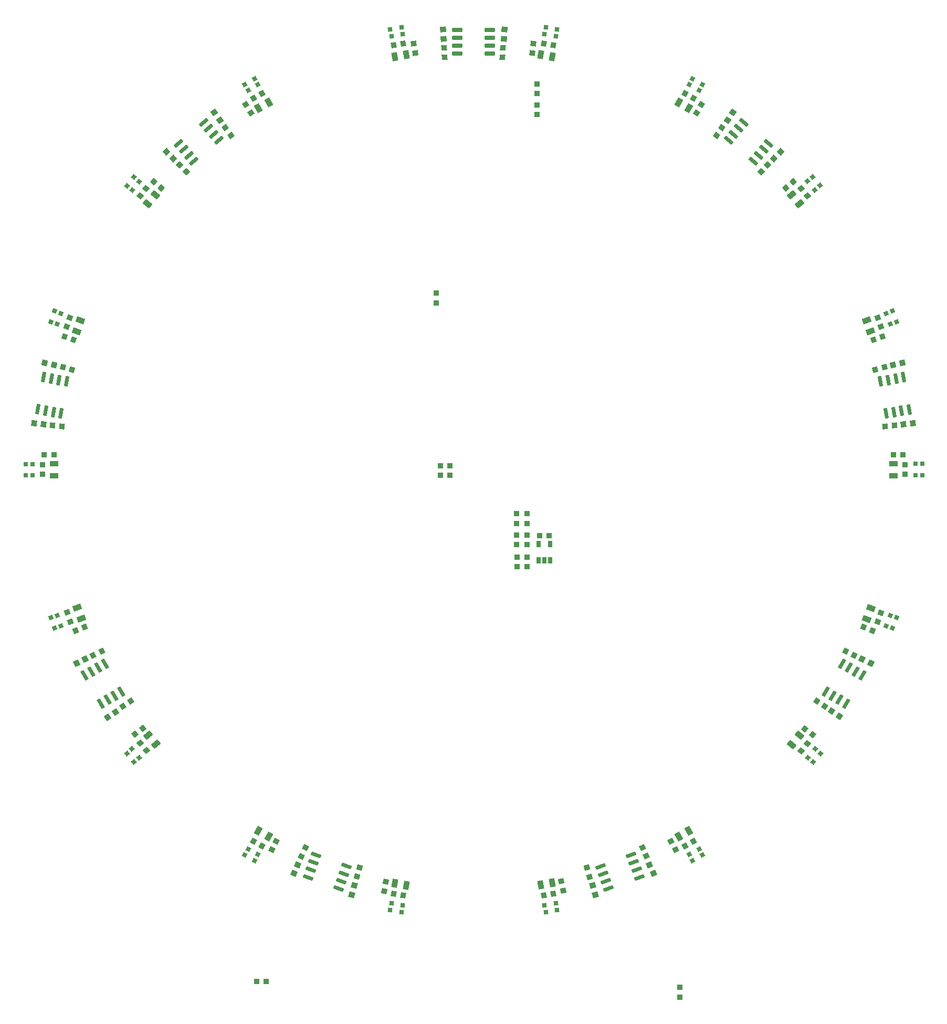
<source format=gbr>
G04*
G04 #@! TF.GenerationSoftware,Altium Limited,Altium Designer,25.4.2 (15)*
G04*
G04 Layer_Color=8421504*
%FSLAX44Y44*%
%MOMM*%
G71*
G04*
G04 #@! TF.SameCoordinates,EEABE1AA-3A69-4D6F-ADE4-9D398D027295*
G04*
G04*
G04 #@! TF.FilePolarity,Positive*
G04*
G01*
G75*
G04:AMPARAMS|DCode=15|XSize=0.9mm|YSize=0.85mm|CornerRadius=0mm|HoleSize=0mm|Usage=FLASHONLY|Rotation=192.000|XOffset=0mm|YOffset=0mm|HoleType=Round|Shape=Rectangle|*
%AMROTATEDRECTD15*
4,1,4,0.3518,0.5093,0.5285,-0.3222,-0.3518,-0.5093,-0.5285,0.3222,0.3518,0.5093,0.0*
%
%ADD15ROTATEDRECTD15*%

G04:AMPARAMS|DCode=16|XSize=1.67mm|YSize=0.6mm|CornerRadius=0.075mm|HoleSize=0mm|Usage=FLASHONLY|Rotation=220.000|XOffset=0mm|YOffset=0mm|HoleType=Round|Shape=RoundedRectangle|*
%AMROUNDEDRECTD16*
21,1,1.6700,0.4500,0,0,220.0*
21,1,1.5200,0.6000,0,0,220.0*
1,1,0.1500,-0.7268,-0.3162*
1,1,0.1500,0.4376,0.6609*
1,1,0.1500,0.7268,0.3162*
1,1,0.1500,-0.4376,-0.6609*
%
%ADD16ROUNDEDRECTD16*%
G04:AMPARAMS|DCode=17|XSize=0.9mm|YSize=0.85mm|CornerRadius=0mm|HoleSize=0mm|Usage=FLASHONLY|Rotation=288.000|XOffset=0mm|YOffset=0mm|HoleType=Round|Shape=Rectangle|*
%AMROTATEDRECTD17*
4,1,4,-0.5433,0.2966,0.2651,0.5593,0.5433,-0.2966,-0.2651,-0.5593,-0.5433,0.2966,0.0*
%
%ADD17ROTATEDRECTD17*%

G04:AMPARAMS|DCode=18|XSize=0.9mm|YSize=0.85mm|CornerRadius=0mm|HoleSize=0mm|Usage=FLASHONLY|Rotation=232.000|XOffset=0mm|YOffset=0mm|HoleType=Round|Shape=Rectangle|*
%AMROTATEDRECTD18*
4,1,4,-0.0579,0.6163,0.6120,0.0930,0.0579,-0.6163,-0.6120,-0.0930,-0.0579,0.6163,0.0*
%
%ADD18ROTATEDRECTD18*%

G04:AMPARAMS|DCode=19|XSize=0.91mm|YSize=1.36mm|CornerRadius=0mm|HoleSize=0mm|Usage=FLASHONLY|Rotation=350.000|XOffset=0mm|YOffset=0mm|HoleType=Round|Shape=Rectangle|*
%AMROTATEDRECTD19*
4,1,4,-0.5662,-0.5907,-0.3300,0.7487,0.5662,0.5907,0.3300,-0.7487,-0.5662,-0.5907,0.0*
%
%ADD19ROTATEDRECTD19*%

G04:AMPARAMS|DCode=20|XSize=0.9mm|YSize=0.85mm|CornerRadius=0mm|HoleSize=0mm|Usage=FLASHONLY|Rotation=151.993|XOffset=0mm|YOffset=0mm|HoleType=Round|Shape=Rectangle|*
%AMROTATEDRECTD20*
4,1,4,0.5969,0.1639,0.1977,-0.5865,-0.5969,-0.1639,-0.1977,0.5865,0.5969,0.1639,0.0*
%
%ADD20ROTATEDRECTD20*%

G04:AMPARAMS|DCode=21|XSize=1.1mm|YSize=0.6mm|CornerRadius=0.051mm|HoleSize=0mm|Usage=FLASHONLY|Rotation=90.000|XOffset=0mm|YOffset=0mm|HoleType=Round|Shape=RoundedRectangle|*
%AMROUNDEDRECTD21*
21,1,1.1000,0.4980,0,0,90.0*
21,1,0.9980,0.6000,0,0,90.0*
1,1,0.1020,0.2490,0.4990*
1,1,0.1020,0.2490,-0.4990*
1,1,0.1020,-0.2490,-0.4990*
1,1,0.1020,-0.2490,0.4990*
%
%ADD21ROUNDEDRECTD21*%
G04:AMPARAMS|DCode=22|XSize=0.95mm|YSize=0.9mm|CornerRadius=0mm|HoleSize=0mm|Usage=FLASHONLY|Rotation=304.063|XOffset=0mm|YOffset=0mm|HoleType=Round|Shape=Rectangle|*
%AMROTATEDRECTD22*
4,1,4,-0.6388,0.1414,0.1067,0.6456,0.6388,-0.1414,-0.1067,-0.6456,-0.6388,0.1414,0.0*
%
%ADD22ROTATEDRECTD22*%

G04:AMPARAMS|DCode=23|XSize=0.95mm|YSize=0.9mm|CornerRadius=0mm|HoleSize=0mm|Usage=FLASHONLY|Rotation=344.000|XOffset=0mm|YOffset=0mm|HoleType=Round|Shape=Rectangle|*
%AMROTATEDRECTD23*
4,1,4,-0.5806,-0.3016,-0.3326,0.5635,0.5806,0.3016,0.3326,-0.5635,-0.5806,-0.3016,0.0*
%
%ADD23ROTATEDRECTD23*%

G04:AMPARAMS|DCode=24|XSize=0.9mm|YSize=0.85mm|CornerRadius=0mm|HoleSize=0mm|Usage=FLASHONLY|Rotation=312.000|XOffset=0mm|YOffset=0mm|HoleType=Round|Shape=Rectangle|*
%AMROTATEDRECTD24*
4,1,4,-0.6170,0.0500,0.0147,0.6188,0.6170,-0.0500,-0.0147,-0.6188,-0.6170,0.0500,0.0*
%
%ADD24ROTATEDRECTD24*%

G04:AMPARAMS|DCode=25|XSize=0.95mm|YSize=0.9mm|CornerRadius=0mm|HoleSize=0mm|Usage=FLASHONLY|Rotation=236.000|XOffset=0mm|YOffset=0mm|HoleType=Round|Shape=Rectangle|*
%AMROTATEDRECTD25*
4,1,4,-0.1075,0.6454,0.6387,0.1422,0.1075,-0.6454,-0.6387,-0.1422,-0.1075,0.6454,0.0*
%
%ADD25ROTATEDRECTD25*%

G04:AMPARAMS|DCode=26|XSize=0.95mm|YSize=0.9mm|CornerRadius=0mm|HoleSize=0mm|Usage=FLASHONLY|Rotation=196.000|XOffset=0mm|YOffset=0mm|HoleType=Round|Shape=Rectangle|*
%AMROTATEDRECTD26*
4,1,4,0.3326,0.5635,0.5806,-0.3016,-0.3326,-0.5635,-0.5806,0.3016,0.3326,0.5635,0.0*
%
%ADD26ROTATEDRECTD26*%

G04:AMPARAMS|DCode=27|XSize=0.95mm|YSize=0.9mm|CornerRadius=0mm|HoleSize=0mm|Usage=FLASHONLY|Rotation=244.000|XOffset=0mm|YOffset=0mm|HoleType=Round|Shape=Rectangle|*
%AMROTATEDRECTD27*
4,1,4,-0.1962,0.6242,0.6127,0.2297,0.1962,-0.6242,-0.6127,-0.2297,-0.1962,0.6242,0.0*
%
%ADD27ROTATEDRECTD27*%

G04:AMPARAMS|DCode=28|XSize=0.95mm|YSize=0.9mm|CornerRadius=0mm|HoleSize=0mm|Usage=FLASHONLY|Rotation=24.000|XOffset=0mm|YOffset=0mm|HoleType=Round|Shape=Rectangle|*
%AMROTATEDRECTD28*
4,1,4,-0.2509,-0.6043,-0.6170,0.2179,0.2509,0.6043,0.6170,-0.2179,-0.2509,-0.6043,0.0*
%
%ADD28ROTATEDRECTD28*%

G04:AMPARAMS|DCode=29|XSize=0.95mm|YSize=0.9mm|CornerRadius=0mm|HoleSize=0mm|Usage=FLASHONLY|Rotation=316.000|XOffset=0mm|YOffset=0mm|HoleType=Round|Shape=Rectangle|*
%AMROTATEDRECTD29*
4,1,4,-0.6543,0.0063,-0.0291,0.6537,0.6543,-0.0063,0.0291,-0.6537,-0.6543,0.0063,0.0*
%
%ADD29ROTATEDRECTD29*%

G04:AMPARAMS|DCode=30|XSize=0.95mm|YSize=0.9mm|CornerRadius=0mm|HoleSize=0mm|Usage=FLASHONLY|Rotation=276.000|XOffset=0mm|YOffset=0mm|HoleType=Round|Shape=Rectangle|*
%AMROTATEDRECTD30*
4,1,4,-0.4972,0.4254,0.3979,0.5194,0.4972,-0.4254,-0.3979,-0.5194,-0.4972,0.4254,0.0*
%
%ADD30ROTATEDRECTD30*%

G04:AMPARAMS|DCode=31|XSize=0.95mm|YSize=0.9mm|CornerRadius=0mm|HoleSize=0mm|Usage=FLASHONLY|Rotation=144.000|XOffset=0mm|YOffset=0mm|HoleType=Round|Shape=Rectangle|*
%AMROTATEDRECTD31*
4,1,4,0.6488,0.0849,0.1198,-0.6433,-0.6488,-0.0849,-0.1198,0.6433,0.6488,0.0849,0.0*
%
%ADD31ROTATEDRECTD31*%

G04:AMPARAMS|DCode=32|XSize=0.95mm|YSize=0.9mm|CornerRadius=0mm|HoleSize=0mm|Usage=FLASHONLY|Rotation=104.000|XOffset=0mm|YOffset=0mm|HoleType=Round|Shape=Rectangle|*
%AMROTATEDRECTD32*
4,1,4,0.5515,-0.3520,-0.3217,-0.5698,-0.5515,0.3520,0.3217,0.5698,0.5515,-0.3520,0.0*
%
%ADD32ROTATEDRECTD32*%

G04:AMPARAMS|DCode=33|XSize=0.95mm|YSize=0.9mm|CornerRadius=0mm|HoleSize=0mm|Usage=FLASHONLY|Rotation=36.001|XOffset=0mm|YOffset=0mm|HoleType=Round|Shape=Rectangle|*
%AMROTATEDRECTD33*
4,1,4,-0.1198,-0.6433,-0.6488,0.0849,0.1198,0.6433,0.6488,-0.0849,-0.1198,-0.6433,0.0*
%
%ADD33ROTATEDRECTD33*%

G04:AMPARAMS|DCode=34|XSize=0.95mm|YSize=0.9mm|CornerRadius=0mm|HoleSize=0mm|Usage=FLASHONLY|Rotation=356.000|XOffset=0mm|YOffset=0mm|HoleType=Round|Shape=Rectangle|*
%AMROTATEDRECTD34*
4,1,4,-0.5052,-0.4158,-0.4425,0.4820,0.5052,0.4158,0.4425,-0.4820,-0.5052,-0.4158,0.0*
%
%ADD34ROTATEDRECTD34*%

G04:AMPARAMS|DCode=35|XSize=0.95mm|YSize=0.9mm|CornerRadius=0mm|HoleSize=0mm|Usage=FLASHONLY|Rotation=224.001|XOffset=0mm|YOffset=0mm|HoleType=Round|Shape=Rectangle|*
%AMROTATEDRECTD35*
4,1,4,0.0291,0.6537,0.6543,0.0063,-0.0291,-0.6537,-0.6543,-0.0063,0.0291,0.6537,0.0*
%
%ADD35ROTATEDRECTD35*%

G04:AMPARAMS|DCode=36|XSize=0.95mm|YSize=0.9mm|CornerRadius=0mm|HoleSize=0mm|Usage=FLASHONLY|Rotation=184.000|XOffset=0mm|YOffset=0mm|HoleType=Round|Shape=Rectangle|*
%AMROTATEDRECTD36*
4,1,4,0.4425,0.4820,0.5052,-0.4158,-0.4425,-0.4820,-0.5052,0.4158,0.4425,0.4820,0.0*
%
%ADD36ROTATEDRECTD36*%

G04:AMPARAMS|DCode=37|XSize=0.95mm|YSize=0.9mm|CornerRadius=0mm|HoleSize=0mm|Usage=FLASHONLY|Rotation=156.000|XOffset=0mm|YOffset=0mm|HoleType=Round|Shape=Rectangle|*
%AMROTATEDRECTD37*
4,1,4,0.6170,0.2179,0.2509,-0.6043,-0.6170,-0.2179,-0.2509,0.6043,0.6170,0.2179,0.0*
%
%ADD37ROTATEDRECTD37*%

G04:AMPARAMS|DCode=38|XSize=0.95mm|YSize=0.9mm|CornerRadius=0mm|HoleSize=0mm|Usage=FLASHONLY|Rotation=116.001|XOffset=0mm|YOffset=0mm|HoleType=Round|Shape=Rectangle|*
%AMROTATEDRECTD38*
4,1,4,0.6127,-0.2297,-0.1962,-0.6242,-0.6127,0.2297,0.1962,0.6242,0.6127,-0.2297,0.0*
%
%ADD38ROTATEDRECTD38*%

G04:AMPARAMS|DCode=39|XSize=0.95mm|YSize=0.9mm|CornerRadius=0mm|HoleSize=0mm|Usage=FLASHONLY|Rotation=76.000|XOffset=0mm|YOffset=0mm|HoleType=Round|Shape=Rectangle|*
%AMROTATEDRECTD39*
4,1,4,0.3217,-0.5698,-0.5515,-0.3520,-0.3217,0.5698,0.5515,0.3520,0.3217,-0.5698,0.0*
%
%ADD39ROTATEDRECTD39*%

G04:AMPARAMS|DCode=40|XSize=0.95mm|YSize=0.9mm|CornerRadius=0mm|HoleSize=0mm|Usage=FLASHONLY|Rotation=264.000|XOffset=0mm|YOffset=0mm|HoleType=Round|Shape=Rectangle|*
%AMROTATEDRECTD40*
4,1,4,-0.3979,0.5194,0.4972,0.4254,0.3979,-0.5194,-0.4972,-0.4254,-0.3979,0.5194,0.0*
%
%ADD40ROTATEDRECTD40*%

G04:AMPARAMS|DCode=41|XSize=0.9mm|YSize=0.85mm|CornerRadius=0mm|HoleSize=0mm|Usage=FLASHONLY|Rotation=272.000|XOffset=0mm|YOffset=0mm|HoleType=Round|Shape=Rectangle|*
%AMROTATEDRECTD41*
4,1,4,-0.4405,0.4349,0.4090,0.4646,0.4405,-0.4349,-0.4090,-0.4646,-0.4405,0.4349,0.0*
%
%ADD41ROTATEDRECTD41*%

G04:AMPARAMS|DCode=42|XSize=0.9mm|YSize=0.85mm|CornerRadius=0mm|HoleSize=0mm|Usage=FLASHONLY|Rotation=207.997|XOffset=0mm|YOffset=0mm|HoleType=Round|Shape=Rectangle|*
%AMROTATEDRECTD42*
4,1,4,0.1978,0.5865,0.5968,-0.1640,-0.1978,-0.5865,-0.5968,0.1640,0.1978,0.5865,0.0*
%
%ADD42ROTATEDRECTD42*%

G04:AMPARAMS|DCode=43|XSize=0.9mm|YSize=0.85mm|CornerRadius=0mm|HoleSize=0mm|Usage=FLASHONLY|Rotation=248.000|XOffset=0mm|YOffset=0mm|HoleType=Round|Shape=Rectangle|*
%AMROTATEDRECTD43*
4,1,4,-0.2255,0.5764,0.5626,0.2580,0.2255,-0.5764,-0.5626,-0.2580,-0.2255,0.5764,0.0*
%
%ADD43ROTATEDRECTD43*%

G04:AMPARAMS|DCode=44|XSize=0.9mm|YSize=0.85mm|CornerRadius=0mm|HoleSize=0mm|Usage=FLASHONLY|Rotation=48.000|XOffset=0mm|YOffset=0mm|HoleType=Round|Shape=Rectangle|*
%AMROTATEDRECTD44*
4,1,4,0.0147,-0.6188,-0.6170,-0.0500,-0.0147,0.6188,0.6170,0.0500,0.0147,-0.6188,0.0*
%
%ADD44ROTATEDRECTD44*%

G04:AMPARAMS|DCode=45|XSize=0.9mm|YSize=0.85mm|CornerRadius=0mm|HoleSize=0mm|Usage=FLASHONLY|Rotation=32.000|XOffset=0mm|YOffset=0mm|HoleType=Round|Shape=Rectangle|*
%AMROTATEDRECTD45*
4,1,4,-0.1564,-0.5989,-0.6068,0.1220,0.1564,0.5989,0.6068,-0.1220,-0.1564,-0.5989,0.0*
%
%ADD45ROTATEDRECTD45*%

G04:AMPARAMS|DCode=46|XSize=0.9mm|YSize=0.85mm|CornerRadius=0mm|HoleSize=0mm|Usage=FLASHONLY|Rotation=8.000|XOffset=0mm|YOffset=0mm|HoleType=Round|Shape=Rectangle|*
%AMROTATEDRECTD46*
4,1,4,-0.3865,-0.4835,-0.5048,0.3582,0.3865,0.4835,0.5048,-0.3582,-0.3865,-0.4835,0.0*
%
%ADD46ROTATEDRECTD46*%

G04:AMPARAMS|DCode=47|XSize=0.9mm|YSize=0.85mm|CornerRadius=0mm|HoleSize=0mm|Usage=FLASHONLY|Rotation=352.000|XOffset=0mm|YOffset=0mm|HoleType=Round|Shape=Rectangle|*
%AMROTATEDRECTD47*
4,1,4,-0.5048,-0.3582,-0.3865,0.4835,0.5048,0.3582,0.3865,-0.4835,-0.5048,-0.3582,0.0*
%
%ADD47ROTATEDRECTD47*%

G04:AMPARAMS|DCode=48|XSize=0.9mm|YSize=0.85mm|CornerRadius=0mm|HoleSize=0mm|Usage=FLASHONLY|Rotation=328.000|XOffset=0mm|YOffset=0mm|HoleType=Round|Shape=Rectangle|*
%AMROTATEDRECTD48*
4,1,4,-0.6068,-0.1220,-0.1564,0.5989,0.6068,0.1220,0.1564,-0.5989,-0.6068,-0.1220,0.0*
%
%ADD48ROTATEDRECTD48*%

G04:AMPARAMS|DCode=49|XSize=0.9mm|YSize=0.85mm|CornerRadius=0mm|HoleSize=0mm|Usage=FLASHONLY|Rotation=168.000|XOffset=0mm|YOffset=0mm|HoleType=Round|Shape=Rectangle|*
%AMROTATEDRECTD49*
4,1,4,0.5285,0.3222,0.3518,-0.5093,-0.5285,-0.3222,-0.3518,0.5093,0.5285,0.3222,0.0*
%
%ADD49ROTATEDRECTD49*%

G04:AMPARAMS|DCode=50|XSize=0.9mm|YSize=0.85mm|CornerRadius=0mm|HoleSize=0mm|Usage=FLASHONLY|Rotation=127.998|XOffset=0mm|YOffset=0mm|HoleType=Round|Shape=Rectangle|*
%AMROTATEDRECTD50*
4,1,4,0.6120,-0.0930,-0.0579,-0.6163,-0.6120,0.0930,0.0579,0.6163,0.6120,-0.0930,0.0*
%
%ADD50ROTATEDRECTD50*%

G04:AMPARAMS|DCode=51|XSize=0.9mm|YSize=0.85mm|CornerRadius=0mm|HoleSize=0mm|Usage=FLASHONLY|Rotation=112.000|XOffset=0mm|YOffset=0mm|HoleType=Round|Shape=Rectangle|*
%AMROTATEDRECTD51*
4,1,4,0.5626,-0.2580,-0.2255,-0.5764,-0.5626,0.2580,0.2255,0.5764,0.5626,-0.2580,0.0*
%
%ADD51ROTATEDRECTD51*%

G04:AMPARAMS|DCode=52|XSize=0.9mm|YSize=0.85mm|CornerRadius=0mm|HoleSize=0mm|Usage=FLASHONLY|Rotation=88.000|XOffset=0mm|YOffset=0mm|HoleType=Round|Shape=Rectangle|*
%AMROTATEDRECTD52*
4,1,4,0.4090,-0.4646,-0.4405,-0.4349,-0.4090,0.4646,0.4405,0.4349,0.4090,-0.4646,0.0*
%
%ADD52ROTATEDRECTD52*%

G04:AMPARAMS|DCode=53|XSize=0.9mm|YSize=0.85mm|CornerRadius=0mm|HoleSize=0mm|Usage=FLASHONLY|Rotation=72.000|XOffset=0mm|YOffset=0mm|HoleType=Round|Shape=Rectangle|*
%AMROTATEDRECTD53*
4,1,4,0.2651,-0.5593,-0.5433,-0.2966,-0.2651,0.5593,0.5433,0.2966,0.2651,-0.5593,0.0*
%
%ADD53ROTATEDRECTD53*%

G04:AMPARAMS|DCode=54|XSize=1.67mm|YSize=0.6mm|CornerRadius=0.075mm|HoleSize=0mm|Usage=FLASHONLY|Rotation=300.003|XOffset=0mm|YOffset=0mm|HoleType=Round|Shape=RoundedRectangle|*
%AMROUNDEDRECTD54*
21,1,1.6700,0.4500,0,0,300.003*
21,1,1.5200,0.6000,0,0,300.003*
1,1,0.1500,0.1852,-0.7707*
1,1,0.1500,-0.5749,0.5457*
1,1,0.1500,-0.1852,0.7707*
1,1,0.1500,0.5749,-0.5457*
%
%ADD54ROUNDEDRECTD54*%
G04:AMPARAMS|DCode=55|XSize=0.9mm|YSize=0.85mm|CornerRadius=0mm|HoleSize=0mm|Usage=FLASHONLY|Rotation=199.915|XOffset=0mm|YOffset=0mm|HoleType=Round|Shape=Rectangle|*
%AMROTATEDRECTD55*
4,1,4,0.2783,0.5529,0.5679,-0.2463,-0.2783,-0.5529,-0.5679,0.2463,0.2783,0.5529,0.0*
%
%ADD55ROTATEDRECTD55*%

G04:AMPARAMS|DCode=56|XSize=0.91mm|YSize=1.36mm|CornerRadius=0mm|HoleSize=0mm|Usage=FLASHONLY|Rotation=109.917|XOffset=0mm|YOffset=0mm|HoleType=Round|Shape=Rectangle|*
%AMROTATEDRECTD56*
4,1,4,0.7943,-0.1961,-0.4843,-0.6594,-0.7943,0.1961,0.4843,0.6594,0.7943,-0.1961,0.0*
%
%ADD56ROTATEDRECTD56*%

%ADD57R,1.3600X0.9100*%
G04:AMPARAMS|DCode=58|XSize=0.9mm|YSize=0.85mm|CornerRadius=0mm|HoleSize=0mm|Usage=FLASHONLY|Rotation=344.001|XOffset=0mm|YOffset=0mm|HoleType=Round|Shape=Rectangle|*
%AMROTATEDRECTD58*
4,1,4,-0.5497,-0.2845,-0.3154,0.5326,0.5497,0.2845,0.3154,-0.5326,-0.5497,-0.2845,0.0*
%
%ADD58ROTATEDRECTD58*%

G04:AMPARAMS|DCode=59|XSize=0.9mm|YSize=0.85mm|CornerRadius=0mm|HoleSize=0mm|Usage=FLASHONLY|Rotation=156.001|XOffset=0mm|YOffset=0mm|HoleType=Round|Shape=Rectangle|*
%AMROTATEDRECTD59*
4,1,4,0.5840,0.2052,0.2382,-0.5713,-0.5840,-0.2052,-0.2382,0.5713,0.5840,0.2052,0.0*
%
%ADD59ROTATEDRECTD59*%

G04:AMPARAMS|DCode=60|XSize=0.9mm|YSize=0.85mm|CornerRadius=0mm|HoleSize=0mm|Usage=FLASHONLY|Rotation=116.004|XOffset=0mm|YOffset=0mm|HoleType=Round|Shape=Rectangle|*
%AMROTATEDRECTD60*
4,1,4,0.5793,-0.2181,-0.1847,-0.5908,-0.5793,0.2181,0.1847,0.5908,0.5793,-0.2181,0.0*
%
%ADD60ROTATEDRECTD60*%

G04:AMPARAMS|DCode=61|XSize=0.9mm|YSize=0.85mm|CornerRadius=0mm|HoleSize=0mm|Usage=FLASHONLY|Rotation=303.992|XOffset=0mm|YOffset=0mm|HoleType=Round|Shape=Rectangle|*
%AMROTATEDRECTD61*
4,1,4,-0.6040,0.1355,0.1008,0.6107,0.6040,-0.1355,-0.1008,-0.6107,-0.6040,0.1355,0.0*
%
%ADD61ROTATEDRECTD61*%

G04:AMPARAMS|DCode=62|XSize=1.67mm|YSize=0.6mm|CornerRadius=0.075mm|HoleSize=0mm|Usage=FLASHONLY|Rotation=99.999|XOffset=0mm|YOffset=0mm|HoleType=Round|Shape=RoundedRectangle|*
%AMROUNDEDRECTD62*
21,1,1.6700,0.4500,0,0,99.999*
21,1,1.5200,0.6000,0,0,99.999*
1,1,0.1500,0.0896,0.7875*
1,1,0.1500,0.3535,-0.7094*
1,1,0.1500,-0.0896,-0.7875*
1,1,0.1500,-0.3535,0.7094*
%
%ADD62ROUNDEDRECTD62*%
G04:AMPARAMS|DCode=63|XSize=1.67mm|YSize=0.6mm|CornerRadius=0.075mm|HoleSize=0mm|Usage=FLASHONLY|Rotation=340.000|XOffset=0mm|YOffset=0mm|HoleType=Round|Shape=RoundedRectangle|*
%AMROUNDEDRECTD63*
21,1,1.6700,0.4500,0,0,340.0*
21,1,1.5200,0.6000,0,0,340.0*
1,1,0.1500,0.6372,-0.4714*
1,1,0.1500,-0.7911,0.0485*
1,1,0.1500,-0.6372,0.4714*
1,1,0.1500,0.7911,-0.0485*
%
%ADD63ROUNDEDRECTD63*%
G04:AMPARAMS|DCode=64|XSize=0.91mm|YSize=1.36mm|CornerRadius=0mm|HoleSize=0mm|Usage=FLASHONLY|Rotation=229.628|XOffset=0mm|YOffset=0mm|HoleType=Round|Shape=Rectangle|*
%AMROTATEDRECTD64*
4,1,4,-0.2233,0.7871,0.8128,-0.0938,0.2233,-0.7871,-0.8128,0.0938,-0.2233,0.7871,0.0*
%
%ADD64ROTATEDRECTD64*%

G04:AMPARAMS|DCode=65|XSize=0.91mm|YSize=1.36mm|CornerRadius=0mm|HoleSize=0mm|Usage=FLASHONLY|Rotation=30.000|XOffset=0mm|YOffset=0mm|HoleType=Round|Shape=Rectangle|*
%AMROTATEDRECTD65*
4,1,4,-0.0540,-0.8164,-0.7340,0.3614,0.0540,0.8164,0.7340,-0.3614,-0.0540,-0.8164,0.0*
%
%ADD65ROTATEDRECTD65*%

G04:AMPARAMS|DCode=66|XSize=0.91mm|YSize=1.36mm|CornerRadius=0mm|HoleSize=0mm|Usage=FLASHONLY|Rotation=190.000|XOffset=0mm|YOffset=0mm|HoleType=Round|Shape=Rectangle|*
%AMROTATEDRECTD66*
4,1,4,0.3300,0.7487,0.5662,-0.5907,-0.3300,-0.7487,-0.5662,0.5907,0.3300,0.7487,0.0*
%
%ADD66ROTATEDRECTD66*%

G04:AMPARAMS|DCode=67|XSize=0.9mm|YSize=0.85mm|CornerRadius=0mm|HoleSize=0mm|Usage=FLASHONLY|Rotation=279.999|XOffset=0mm|YOffset=0mm|HoleType=Round|Shape=Rectangle|*
%AMROTATEDRECTD67*
4,1,4,-0.4967,0.3694,0.3404,0.5170,0.4967,-0.3694,-0.3404,-0.5170,-0.4967,0.3694,0.0*
%
%ADD67ROTATEDRECTD67*%

G04:AMPARAMS|DCode=68|XSize=0.9mm|YSize=0.85mm|CornerRadius=0mm|HoleSize=0mm|Usage=FLASHONLY|Rotation=120.000|XOffset=0mm|YOffset=0mm|HoleType=Round|Shape=Rectangle|*
%AMROTATEDRECTD68*
4,1,4,0.5931,-0.1772,-0.1431,-0.6022,-0.5931,0.1772,0.1431,0.6022,0.5931,-0.1772,0.0*
%
%ADD68ROTATEDRECTD68*%

G04:AMPARAMS|DCode=69|XSize=0.9mm|YSize=0.85mm|CornerRadius=0mm|HoleSize=0mm|Usage=FLASHONLY|Rotation=319.766|XOffset=0mm|YOffset=0mm|HoleType=Round|Shape=Rectangle|*
%AMROTATEDRECTD69*
4,1,4,-0.6181,-0.0338,-0.0690,0.6151,0.6181,0.0338,0.0690,-0.6151,-0.6181,-0.0338,0.0*
%
%ADD69ROTATEDRECTD69*%

G04:AMPARAMS|DCode=70|XSize=0.91mm|YSize=1.36mm|CornerRadius=0mm|HoleSize=0mm|Usage=FLASHONLY|Rotation=70.358|XOffset=0mm|YOffset=0mm|HoleType=Round|Shape=Rectangle|*
%AMROTATEDRECTD70*
4,1,4,0.4875,-0.6571,-0.7934,-0.1999,-0.4875,0.6571,0.7934,0.1999,0.4875,-0.6571,0.0*
%
%ADD70ROTATEDRECTD70*%

G04:AMPARAMS|DCode=71|XSize=0.91mm|YSize=1.36mm|CornerRadius=0mm|HoleSize=0mm|Usage=FLASHONLY|Rotation=189.959|XOffset=0mm|YOffset=0mm|HoleType=Round|Shape=Rectangle|*
%AMROTATEDRECTD71*
4,1,4,0.3306,0.7484,0.5657,-0.5911,-0.3306,-0.7484,-0.5657,0.5911,0.3306,0.7484,0.0*
%
%ADD71ROTATEDRECTD71*%

%ADD72R,0.9000X0.8500*%
G04:AMPARAMS|DCode=73|XSize=0.91mm|YSize=1.36mm|CornerRadius=0mm|HoleSize=0mm|Usage=FLASHONLY|Rotation=270.001|XOffset=0mm|YOffset=0mm|HoleType=Round|Shape=Rectangle|*
%AMROTATEDRECTD73*
4,1,4,-0.6800,0.4550,0.6800,0.4550,0.6800,-0.4550,-0.6800,-0.4550,-0.6800,0.4550,0.0*
%
%ADD73ROTATEDRECTD73*%

%ADD74R,0.8500X0.9000*%
%ADD75P,0.9900X4X335.003*%
%ADD76P,0.9900X4X154.92*%
%ADD77P,0.9900X4X395.0*%
%ADD78P,0.9900X4X235.0*%
%ADD79P,0.9900X4X74.92*%
%ADD80P,0.9900X4X315.004*%
%ADD81R,0.7000X0.7000*%
%ADD82P,0.9900X4X95.08*%
%ADD83P,0.9900X4X114.92*%
%ADD84P,0.9900X4X175.0*%
%ADD85P,0.9900X4X195.168*%
%ADD86P,0.9900X4X215.01*%
%ADD87P,0.9900X4X255.0*%
%ADD88P,0.9900X4X275.399*%
%ADD89P,0.9900X4X295.346*%
%ADD90P,0.9900X4X355.079*%
%ADD91P,0.9900X4X375.079*%
G04:AMPARAMS|DCode=92|XSize=0.9mm|YSize=0.85mm|CornerRadius=0mm|HoleSize=0mm|Usage=FLASHONLY|Rotation=279.915|XOffset=0mm|YOffset=0mm|HoleType=Round|Shape=Rectangle|*
%AMROTATEDRECTD92*
4,1,4,-0.4961,0.3701,0.3412,0.5165,0.4961,-0.3701,-0.3412,-0.5165,-0.4961,0.3701,0.0*
%
%ADD92ROTATEDRECTD92*%

G04:AMPARAMS|DCode=93|XSize=0.9mm|YSize=0.85mm|CornerRadius=0mm|HoleSize=0mm|Usage=FLASHONLY|Rotation=119.915|XOffset=0mm|YOffset=0mm|HoleType=Round|Shape=Rectangle|*
%AMROTATEDRECTD93*
4,1,4,0.5928,-0.1781,-0.1440,-0.6020,-0.5928,0.1781,0.1440,0.6020,0.5928,-0.1781,0.0*
%
%ADD93ROTATEDRECTD93*%

G04:AMPARAMS|DCode=94|XSize=0.9mm|YSize=0.85mm|CornerRadius=0mm|HoleSize=0mm|Usage=FLASHONLY|Rotation=320.085|XOffset=0mm|YOffset=0mm|HoleType=Round|Shape=Rectangle|*
%AMROTATEDRECTD94*
4,1,4,-0.6179,-0.0372,-0.0725,0.6147,0.6179,0.0372,0.0725,-0.6147,-0.6179,-0.0372,0.0*
%
%ADD94ROTATEDRECTD94*%

G04:AMPARAMS|DCode=95|XSize=0.9mm|YSize=0.85mm|CornerRadius=0mm|HoleSize=0mm|Usage=FLASHONLY|Rotation=159.915|XOffset=0mm|YOffset=0mm|HoleType=Round|Shape=Rectangle|*
%AMROTATEDRECTD95*
4,1,4,0.5686,0.2446,0.2767,-0.5537,-0.5686,-0.2446,-0.2767,0.5537,0.5686,0.2446,0.0*
%
%ADD95ROTATEDRECTD95*%

G04:AMPARAMS|DCode=96|XSize=0.9mm|YSize=0.85mm|CornerRadius=0mm|HoleSize=0mm|Usage=FLASHONLY|Rotation=39.913|XOffset=0mm|YOffset=0mm|HoleType=Round|Shape=Rectangle|*
%AMROTATEDRECTD96*
4,1,4,-0.0725,-0.6147,-0.6179,0.0372,0.0725,0.6147,0.6179,-0.0372,-0.0725,-0.6147,0.0*
%
%ADD96ROTATEDRECTD96*%

G04:AMPARAMS|DCode=97|XSize=0.9mm|YSize=0.85mm|CornerRadius=0mm|HoleSize=0mm|Usage=FLASHONLY|Rotation=240.179|XOffset=0mm|YOffset=0mm|HoleType=Round|Shape=Rectangle|*
%AMROTATEDRECTD97*
4,1,4,-0.1449,0.6018,0.5925,0.1791,0.1449,-0.6018,-0.5925,-0.1791,-0.1449,0.6018,0.0*
%
%ADD97ROTATEDRECTD97*%

G04:AMPARAMS|DCode=98|XSize=0.9mm|YSize=0.85mm|CornerRadius=0mm|HoleSize=0mm|Usage=FLASHONLY|Rotation=80.011|XOffset=0mm|YOffset=0mm|HoleType=Round|Shape=Rectangle|*
%AMROTATEDRECTD98*
4,1,4,0.3405,-0.5169,-0.4966,-0.3695,-0.3405,0.5169,0.4966,0.3695,0.3405,-0.5169,0.0*
%
%ADD98ROTATEDRECTD98*%

G04:AMPARAMS|DCode=99|XSize=0.9mm|YSize=0.85mm|CornerRadius=0mm|HoleSize=0mm|Usage=FLASHONLY|Rotation=160.199|XOffset=0mm|YOffset=0mm|HoleType=Round|Shape=Rectangle|*
%AMROTATEDRECTD99*
4,1,4,0.5674,0.2474,0.2794,-0.5523,-0.5674,-0.2474,-0.2794,0.5523,0.5674,0.2474,0.0*
%
%ADD99ROTATEDRECTD99*%

G04:AMPARAMS|DCode=100|XSize=0.9mm|YSize=0.85mm|CornerRadius=0mm|HoleSize=0mm|Usage=FLASHONLY|Rotation=199.983|XOffset=0mm|YOffset=0mm|HoleType=Round|Shape=Rectangle|*
%AMROTATEDRECTD100*
4,1,4,0.2777,0.5532,0.5682,-0.2456,-0.2777,-0.5532,-0.5682,0.2456,0.2777,0.5532,0.0*
%
%ADD100ROTATEDRECTD100*%

G04:AMPARAMS|DCode=101|XSize=0.9mm|YSize=0.85mm|CornerRadius=0mm|HoleSize=0mm|Usage=FLASHONLY|Rotation=40.085|XOffset=0mm|YOffset=0mm|HoleType=Round|Shape=Rectangle|*
%AMROTATEDRECTD101*
4,1,4,-0.0706,-0.6149,-0.6180,0.0354,0.0706,0.6149,0.6180,-0.0354,-0.0706,-0.6149,0.0*
%
%ADD101ROTATEDRECTD101*%

G04:AMPARAMS|DCode=102|XSize=0.9mm|YSize=0.85mm|CornerRadius=0mm|HoleSize=0mm|Usage=FLASHONLY|Rotation=240.085|XOffset=0mm|YOffset=0mm|HoleType=Round|Shape=Rectangle|*
%AMROTATEDRECTD102*
4,1,4,-0.1440,0.6020,0.5928,0.1781,0.1440,-0.6020,-0.5928,-0.1781,-0.1440,0.6020,0.0*
%
%ADD102ROTATEDRECTD102*%

G04:AMPARAMS|DCode=103|XSize=0.9mm|YSize=0.85mm|CornerRadius=0mm|HoleSize=0mm|Usage=FLASHONLY|Rotation=79.915|XOffset=0mm|YOffset=0mm|HoleType=Round|Shape=Rectangle|*
%AMROTATEDRECTD103*
4,1,4,0.3396,-0.5175,-0.4972,-0.3686,-0.3396,0.5175,0.4972,0.3686,0.3396,-0.5175,0.0*
%
%ADD103ROTATEDRECTD103*%

G04:AMPARAMS|DCode=104|XSize=0.9mm|YSize=0.85mm|CornerRadius=0mm|HoleSize=0mm|Usage=FLASHONLY|Rotation=195.900|XOffset=0mm|YOffset=0mm|HoleType=Round|Shape=Rectangle|*
%AMROTATEDRECTD104*
4,1,4,0.3164,0.5320,0.5492,-0.2855,-0.3164,-0.5320,-0.5492,0.2855,0.3164,0.5320,0.0*
%
%ADD104ROTATEDRECTD104*%

G04:AMPARAMS|DCode=105|XSize=0.9mm|YSize=0.85mm|CornerRadius=0mm|HoleSize=0mm|Usage=FLASHONLY|Rotation=236.000|XOffset=0mm|YOffset=0mm|HoleType=Round|Shape=Rectangle|*
%AMROTATEDRECTD105*
4,1,4,-0.1007,0.6107,0.6040,0.1354,0.1007,-0.6107,-0.6040,-0.1354,-0.1007,0.6107,0.0*
%
%ADD105ROTATEDRECTD105*%

G04:AMPARAMS|DCode=106|XSize=0.9mm|YSize=0.85mm|CornerRadius=0mm|HoleSize=0mm|Usage=FLASHONLY|Rotation=64.000|XOffset=0mm|YOffset=0mm|HoleType=Round|Shape=Rectangle|*
%AMROTATEDRECTD106*
4,1,4,0.1847,-0.5908,-0.5793,-0.2182,-0.1847,0.5908,0.5793,0.2182,0.1847,-0.5908,0.0*
%
%ADD106ROTATEDRECTD106*%

G04:AMPARAMS|DCode=107|XSize=0.9mm|YSize=0.85mm|CornerRadius=0mm|HoleSize=0mm|Usage=FLASHONLY|Rotation=275.999|XOffset=0mm|YOffset=0mm|HoleType=Round|Shape=Rectangle|*
%AMROTATEDRECTD107*
4,1,4,-0.4697,0.4031,0.3756,0.4920,0.4697,-0.4031,-0.3756,-0.4920,-0.4697,0.4031,0.0*
%
%ADD107ROTATEDRECTD107*%

G04:AMPARAMS|DCode=108|XSize=0.9mm|YSize=0.85mm|CornerRadius=0mm|HoleSize=0mm|Usage=FLASHONLY|Rotation=104.000|XOffset=0mm|YOffset=0mm|HoleType=Round|Shape=Rectangle|*
%AMROTATEDRECTD108*
4,1,4,0.5212,-0.3338,-0.3035,-0.5395,-0.5212,0.3338,0.3035,0.5395,0.5212,-0.3338,0.0*
%
%ADD108ROTATEDRECTD108*%

G04:AMPARAMS|DCode=109|XSize=0.9mm|YSize=0.85mm|CornerRadius=0mm|HoleSize=0mm|Usage=FLASHONLY|Rotation=316.000|XOffset=0mm|YOffset=0mm|HoleType=Round|Shape=Rectangle|*
%AMROTATEDRECTD109*
4,1,4,-0.6189,0.0069,-0.0285,0.6183,0.6189,-0.0069,0.0285,-0.6183,-0.6189,0.0069,0.0*
%
%ADD109ROTATEDRECTD109*%

G04:AMPARAMS|DCode=110|XSize=0.9mm|YSize=0.85mm|CornerRadius=0mm|HoleSize=0mm|Usage=FLASHONLY|Rotation=144.000|XOffset=0mm|YOffset=0mm|HoleType=Round|Shape=Rectangle|*
%AMROTATEDRECTD110*
4,1,4,0.6139,0.0793,0.1143,-0.6083,-0.6139,-0.0793,-0.1143,0.6083,0.6139,0.0793,0.0*
%
%ADD110ROTATEDRECTD110*%

G04:AMPARAMS|DCode=111|XSize=0.9mm|YSize=0.85mm|CornerRadius=0mm|HoleSize=0mm|Usage=FLASHONLY|Rotation=356.002|XOffset=0mm|YOffset=0mm|HoleType=Round|Shape=Rectangle|*
%AMROTATEDRECTD111*
4,1,4,-0.4785,-0.3926,-0.4193,0.4553,0.4785,0.3926,0.4193,-0.4553,-0.4785,-0.3926,0.0*
%
%ADD111ROTATEDRECTD111*%

G04:AMPARAMS|DCode=112|XSize=0.9mm|YSize=0.85mm|CornerRadius=0mm|HoleSize=0mm|Usage=FLASHONLY|Rotation=184.000|XOffset=0mm|YOffset=0mm|HoleType=Round|Shape=Rectangle|*
%AMROTATEDRECTD112*
4,1,4,0.4193,0.4553,0.4786,-0.3926,-0.4193,-0.4553,-0.4786,0.3926,0.4193,0.4553,0.0*
%
%ADD112ROTATEDRECTD112*%

G04:AMPARAMS|DCode=113|XSize=0.9mm|YSize=0.85mm|CornerRadius=0mm|HoleSize=0mm|Usage=FLASHONLY|Rotation=36.000|XOffset=0mm|YOffset=0mm|HoleType=Round|Shape=Rectangle|*
%AMROTATEDRECTD113*
4,1,4,-0.1143,-0.6083,-0.6139,0.0793,0.1143,0.6083,0.6139,-0.0793,-0.1143,-0.6083,0.0*
%
%ADD113ROTATEDRECTD113*%

G04:AMPARAMS|DCode=114|XSize=0.9mm|YSize=0.85mm|CornerRadius=0mm|HoleSize=0mm|Usage=FLASHONLY|Rotation=223.999|XOffset=0mm|YOffset=0mm|HoleType=Round|Shape=Rectangle|*
%AMROTATEDRECTD114*
4,1,4,0.0285,0.6183,0.6189,0.0069,-0.0285,-0.6183,-0.6189,-0.0069,0.0285,0.6183,0.0*
%
%ADD114ROTATEDRECTD114*%

G04:AMPARAMS|DCode=115|XSize=0.9mm|YSize=0.85mm|CornerRadius=0mm|HoleSize=0mm|Usage=FLASHONLY|Rotation=75.994|XOffset=0mm|YOffset=0mm|HoleType=Round|Shape=Rectangle|*
%AMROTATEDRECTD115*
4,1,4,0.3035,-0.5395,-0.5213,-0.3338,-0.3035,0.5395,0.5213,0.3338,0.3035,-0.5395,0.0*
%
%ADD115ROTATEDRECTD115*%

G04:AMPARAMS|DCode=116|XSize=0.9mm|YSize=0.85mm|CornerRadius=0mm|HoleSize=0mm|Usage=FLASHONLY|Rotation=264.007|XOffset=0mm|YOffset=0mm|HoleType=Round|Shape=Rectangle|*
%AMROTATEDRECTD116*
4,1,4,-0.3757,0.4919,0.4697,0.4032,0.3757,-0.4919,-0.4697,-0.4032,-0.3757,0.4919,0.0*
%
%ADD116ROTATEDRECTD116*%

G04:AMPARAMS|DCode=117|XSize=0.9mm|YSize=0.85mm|CornerRadius=0mm|HoleSize=0mm|Usage=FLASHONLY|Rotation=24.100|XOffset=0mm|YOffset=0mm|HoleType=Round|Shape=Rectangle|*
%AMROTATEDRECTD117*
4,1,4,-0.2372,-0.5717,-0.5843,0.2042,0.2372,0.5717,0.5843,-0.2042,-0.2372,-0.5717,0.0*
%
%ADD117ROTATEDRECTD117*%

%ADD118R,0.9500X0.9000*%
%ADD119R,0.9000X0.9500*%
G04:AMPARAMS|DCode=120|XSize=1.67mm|YSize=0.6mm|CornerRadius=0.075mm|HoleSize=0mm|Usage=FLASHONLY|Rotation=20.000|XOffset=0mm|YOffset=0mm|HoleType=Round|Shape=RoundedRectangle|*
%AMROUNDEDRECTD120*
21,1,1.6700,0.4500,0,0,20.0*
21,1,1.5200,0.6000,0,0,20.0*
1,1,0.1500,0.7911,0.0485*
1,1,0.1500,-0.6372,-0.4714*
1,1,0.1500,-0.7911,-0.0485*
1,1,0.1500,0.6372,0.4714*
%
%ADD120ROUNDEDRECTD120*%
G04:AMPARAMS|DCode=121|XSize=1.67mm|YSize=0.6mm|CornerRadius=0.075mm|HoleSize=0mm|Usage=FLASHONLY|Rotation=60.000|XOffset=0mm|YOffset=0mm|HoleType=Round|Shape=RoundedRectangle|*
%AMROUNDEDRECTD121*
21,1,1.6700,0.4500,0,0,60.0*
21,1,1.5200,0.6000,0,0,60.0*
1,1,0.1500,0.5749,0.5457*
1,1,0.1500,-0.1852,-0.7707*
1,1,0.1500,-0.5749,-0.5457*
1,1,0.1500,0.1852,0.7707*
%
%ADD121ROUNDEDRECTD121*%
G04:AMPARAMS|DCode=122|XSize=1.67mm|YSize=0.6mm|CornerRadius=0.075mm|HoleSize=0mm|Usage=FLASHONLY|Rotation=140.000|XOffset=0mm|YOffset=0mm|HoleType=Round|Shape=RoundedRectangle|*
%AMROUNDEDRECTD122*
21,1,1.6700,0.4500,0,0,140.0*
21,1,1.5200,0.6000,0,0,140.0*
1,1,0.1500,-0.4376,0.6609*
1,1,0.1500,0.7268,-0.3162*
1,1,0.1500,0.4376,-0.6609*
1,1,0.1500,-0.7268,0.3162*
%
%ADD122ROUNDEDRECTD122*%
G04:AMPARAMS|DCode=123|XSize=1.67mm|YSize=0.6mm|CornerRadius=0.075mm|HoleSize=0mm|Usage=FLASHONLY|Rotation=180.000|XOffset=0mm|YOffset=0mm|HoleType=Round|Shape=RoundedRectangle|*
%AMROUNDEDRECTD123*
21,1,1.6700,0.4500,0,0,180.0*
21,1,1.5200,0.6000,0,0,180.0*
1,1,0.1500,-0.7600,0.2250*
1,1,0.1500,0.7600,0.2250*
1,1,0.1500,0.7600,-0.2250*
1,1,0.1500,-0.7600,-0.2250*
%
%ADD123ROUNDEDRECTD123*%
G04:AMPARAMS|DCode=124|XSize=1.67mm|YSize=0.6mm|CornerRadius=0.075mm|HoleSize=0mm|Usage=FLASHONLY|Rotation=260.001|XOffset=0mm|YOffset=0mm|HoleType=Round|Shape=RoundedRectangle|*
%AMROUNDEDRECTD124*
21,1,1.6700,0.4500,0,0,260.001*
21,1,1.5200,0.6000,0,0,260.001*
1,1,0.1500,-0.3535,-0.7094*
1,1,0.1500,-0.0896,0.7875*
1,1,0.1500,0.3535,0.7094*
1,1,0.1500,0.0896,-0.7875*
%
%ADD124ROUNDEDRECTD124*%
G04:AMPARAMS|DCode=125|XSize=0.91mm|YSize=1.36mm|CornerRadius=0mm|HoleSize=0mm|Usage=FLASHONLY|Rotation=150.082|XOffset=0mm|YOffset=0mm|HoleType=Round|Shape=Rectangle|*
%AMROTATEDRECTD125*
4,1,4,0.7335,0.3625,0.0552,-0.8163,-0.7335,-0.3625,-0.0552,0.8163,0.7335,0.3625,0.0*
%
%ADD125ROTATEDRECTD125*%

G04:AMPARAMS|DCode=126|XSize=0.91mm|YSize=1.36mm|CornerRadius=0mm|HoleSize=0mm|Usage=FLASHONLY|Rotation=350.011|XOffset=0mm|YOffset=0mm|HoleType=Round|Shape=Rectangle|*
%AMROTATEDRECTD126*
4,1,4,-0.5661,-0.5908,-0.3302,0.7486,0.5661,0.5908,0.3302,-0.7486,-0.5661,-0.5908,0.0*
%
%ADD126ROTATEDRECTD126*%

G04:AMPARAMS|DCode=127|XSize=0.91mm|YSize=1.36mm|CornerRadius=0mm|HoleSize=0mm|Usage=FLASHONLY|Rotation=309.917|XOffset=0mm|YOffset=0mm|HoleType=Round|Shape=Rectangle|*
%AMROTATEDRECTD127*
4,1,4,-0.8135,-0.0874,0.2296,0.7853,0.8135,0.0874,-0.2296,-0.7853,-0.8135,-0.0874,0.0*
%
%ADD127ROTATEDRECTD127*%

G04:AMPARAMS|DCode=128|XSize=0.91mm|YSize=1.36mm|CornerRadius=0mm|HoleSize=0mm|Usage=FLASHONLY|Rotation=230.082|XOffset=0mm|YOffset=0mm|HoleType=Round|Shape=Rectangle|*
%AMROTATEDRECTD128*
4,1,4,-0.2296,0.7853,0.8135,-0.0874,0.2296,-0.7853,-0.8135,0.0874,-0.2296,0.7853,0.0*
%
%ADD128ROTATEDRECTD128*%

G04:AMPARAMS|DCode=129|XSize=0.91mm|YSize=1.36mm|CornerRadius=0mm|HoleSize=0mm|Usage=FLASHONLY|Rotation=69.917|XOffset=0mm|YOffset=0mm|HoleType=Round|Shape=Rectangle|*
%AMROTATEDRECTD129*
4,1,4,0.4824,-0.6608,-0.7949,-0.1938,-0.4824,0.6608,0.7949,0.1938,0.4824,-0.6608,0.0*
%
%ADD129ROTATEDRECTD129*%

G04:AMPARAMS|DCode=130|XSize=0.91mm|YSize=1.36mm|CornerRadius=0mm|HoleSize=0mm|Usage=FLASHONLY|Rotation=150.174|XOffset=0mm|YOffset=0mm|HoleType=Round|Shape=Rectangle|*
%AMROTATEDRECTD130*
4,1,4,0.7329,0.3636,0.0565,-0.8162,-0.7329,-0.3636,-0.0565,0.8162,0.7329,0.3636,0.0*
%
%ADD130ROTATEDRECTD130*%

G04:AMPARAMS|DCode=131|XSize=0.91mm|YSize=1.36mm|CornerRadius=0mm|HoleSize=0mm|Usage=FLASHONLY|Rotation=310.082|XOffset=0mm|YOffset=0mm|HoleType=Round|Shape=Rectangle|*
%AMROTATEDRECTD131*
4,1,4,-0.8133,-0.0897,0.2273,0.7860,0.8133,0.0897,-0.2273,-0.7860,-0.8133,-0.0897,0.0*
%
%ADD131ROTATEDRECTD131*%

G04:AMPARAMS|DCode=132|XSize=0.91mm|YSize=1.36mm|CornerRadius=0mm|HoleSize=0mm|Usage=FLASHONLY|Rotation=29.918|XOffset=0mm|YOffset=0mm|HoleType=Round|Shape=Rectangle|*
%AMROTATEDRECTD132*
4,1,4,-0.0552,-0.8163,-0.7335,0.3625,0.0552,0.8163,0.7335,-0.3625,-0.0552,-0.8163,0.0*
%
%ADD132ROTATEDRECTD132*%

G04:AMPARAMS|DCode=133|XSize=0.91mm|YSize=1.36mm|CornerRadius=0mm|HoleSize=0mm|Usage=FLASHONLY|Rotation=109.984|XOffset=0mm|YOffset=0mm|HoleType=Round|Shape=Rectangle|*
%AMROTATEDRECTD133*
4,1,4,0.7946,-0.1952,-0.4836,-0.6600,-0.7946,0.1952,0.4836,0.6600,0.7946,-0.1952,0.0*
%
%ADD133ROTATEDRECTD133*%

D15*
X1241016Y436572D02*
D03*
X1244239Y421410D02*
D03*
D16*
X648720Y1597072D02*
D03*
X640556Y1606801D02*
D03*
X632393Y1616529D02*
D03*
X624230Y1626258D02*
D03*
X664447Y1660004D02*
D03*
X672610Y1650276D02*
D03*
X680774Y1640547D02*
D03*
X688937Y1630818D02*
D03*
D17*
X1759796Y1314381D02*
D03*
X1745054Y1309591D02*
D03*
D18*
X1646682Y672885D02*
D03*
X1634468Y682428D02*
D03*
D19*
X972737Y432965D02*
D03*
X991449Y429666D02*
D03*
D20*
X774424Y487436D02*
D03*
X781703Y501121D02*
D03*
D21*
X1204500Y954000D02*
D03*
X1214000D02*
D03*
X1223500D02*
D03*
Y980000D02*
D03*
X1204500D02*
D03*
D22*
X509315Y700629D02*
D03*
X522155Y709311D02*
D03*
D23*
X903541Y414861D02*
D03*
X907813Y429761D02*
D03*
D24*
X1615557Y1564209D02*
D03*
X1604038Y1553838D02*
D03*
D25*
X1677217Y710662D02*
D03*
X1690067Y701995D02*
D03*
D26*
X1292188Y429760D02*
D03*
X1296460Y414861D02*
D03*
D27*
X1726684Y794346D02*
D03*
X1740615Y787551D02*
D03*
D28*
X1389901Y448871D02*
D03*
X1383597Y463031D02*
D03*
D29*
X1584350Y1601560D02*
D03*
X1595118Y1612709D02*
D03*
D30*
X1793430Y1172883D02*
D03*
X1808845Y1174503D02*
D03*
D31*
X1518356Y1675818D02*
D03*
X1509245Y1663278D02*
D03*
D32*
X1791578Y1272430D02*
D03*
X1776539Y1268680D02*
D03*
D33*
X690745Y1663278D02*
D03*
X681634Y1675817D02*
D03*
D34*
X1148568Y1794554D02*
D03*
X1149649Y1810016D02*
D03*
D35*
X604891Y1612713D02*
D03*
X615659Y1601563D02*
D03*
D36*
X1050351Y1810016D02*
D03*
X1051432Y1794554D02*
D03*
D37*
X816402Y463031D02*
D03*
X810098Y448871D02*
D03*
D38*
X473316Y794353D02*
D03*
X459384Y787558D02*
D03*
D39*
X423464Y1268682D02*
D03*
X408424Y1272432D02*
D03*
D40*
X391153Y1174501D02*
D03*
X406568Y1172880D02*
D03*
D41*
X1792328Y1124177D02*
D03*
X1776837Y1123636D02*
D03*
D42*
X1425695Y487455D02*
D03*
X1418419Y501141D02*
D03*
D43*
X1743234Y840117D02*
D03*
X1728862Y845923D02*
D03*
D44*
X584441Y1564208D02*
D03*
X595960Y1553836D02*
D03*
D45*
X732366Y1688333D02*
D03*
X740580Y1675188D02*
D03*
D46*
X1003449Y1786998D02*
D03*
X1005606Y1771649D02*
D03*
D47*
X1196552Y1786997D02*
D03*
X1194395Y1771647D02*
D03*
D48*
X1467632Y1688334D02*
D03*
X1459418Y1675190D02*
D03*
D49*
X955554Y420432D02*
D03*
X958776Y435593D02*
D03*
D50*
X554122Y673498D02*
D03*
X566336Y683040D02*
D03*
D51*
X457693Y840491D02*
D03*
X472065Y846298D02*
D03*
D52*
X407672Y1124177D02*
D03*
X423163Y1123636D02*
D03*
D53*
X440205Y1314380D02*
D03*
X454946Y1309591D02*
D03*
D54*
X505864Y787358D02*
D03*
X494866Y781007D02*
D03*
X483868Y774657D02*
D03*
X472870Y768306D02*
D03*
X499122Y722841D02*
D03*
X510120Y729192D02*
D03*
X521119Y735543D02*
D03*
X532117Y741893D02*
D03*
D55*
X1751386Y1345332D02*
D03*
X1756666Y1330759D02*
D03*
D56*
X1733875Y1340821D02*
D03*
X1740348Y1322958D02*
D03*
D57*
X1777000Y1109500D02*
D03*
Y1090500D02*
D03*
D58*
X916082Y458598D02*
D03*
X911810Y443699D02*
D03*
D59*
X822296Y476276D02*
D03*
X828600Y490436D02*
D03*
D60*
X500279Y807497D02*
D03*
X486348Y800701D02*
D03*
D61*
X533974Y718212D02*
D03*
X546825Y726878D02*
D03*
D62*
X1765233Y1190573D02*
D03*
X1777740Y1192778D02*
D03*
X1790247Y1194983D02*
D03*
X1802754Y1197188D02*
D03*
X1793638Y1248891D02*
D03*
X1781132Y1246686D02*
D03*
X1768624Y1244481D02*
D03*
X1756117Y1242275D02*
D03*
D63*
X895163Y460644D02*
D03*
X890820Y448710D02*
D03*
X886476Y436776D02*
D03*
X882132Y424842D02*
D03*
X832798Y442798D02*
D03*
X837142Y454732D02*
D03*
X841486Y466666D02*
D03*
X845829Y478600D02*
D03*
D64*
X574468Y1528572D02*
D03*
X586776Y1543047D02*
D03*
D65*
X752773Y1682415D02*
D03*
X769227Y1691915D02*
D03*
D66*
X972911Y1766050D02*
D03*
X991622Y1769349D02*
D03*
D67*
X971509Y1784080D02*
D03*
X986773Y1786772D02*
D03*
D68*
X758712Y1706629D02*
D03*
X745288Y1698879D02*
D03*
D69*
X561827Y1541464D02*
D03*
X571839Y1553297D02*
D03*
D70*
X466082Y1340837D02*
D03*
X459695Y1322942D02*
D03*
D71*
X1208377Y430658D02*
D03*
X1227090Y433943D02*
D03*
D72*
X1796000Y1107750D02*
D03*
Y1092250D02*
D03*
X405002Y1107750D02*
D03*
X405002Y1092250D02*
D03*
X1202000Y1688000D02*
D03*
Y1672500D02*
D03*
X1040000Y1384500D02*
D03*
Y1369000D02*
D03*
X1433000Y265250D02*
D03*
Y249750D02*
D03*
X1201913Y1721761D02*
D03*
Y1706261D02*
D03*
D73*
X423000Y1109500D02*
D03*
X423000Y1090500D02*
D03*
D74*
X1221750Y994000D02*
D03*
X1206250D02*
D03*
X1046250Y1091000D02*
D03*
X1061750D02*
D03*
X765750Y275000D02*
D03*
X750250D02*
D03*
D75*
X428279Y865251D02*
D03*
X417942Y861488D02*
D03*
X424202Y844292D02*
D03*
X434539Y848055D02*
D03*
D76*
X1771706Y1334752D02*
D03*
X1782048Y1338500D02*
D03*
X1775813Y1355705D02*
D03*
X1765471Y1351957D02*
D03*
D77*
X967438Y400898D02*
D03*
X965528Y390065D02*
D03*
X983550Y386888D02*
D03*
X985460Y397721D02*
D03*
D78*
X985460Y1802279D02*
D03*
X983550Y1813112D02*
D03*
X965528Y1809935D02*
D03*
X967438Y1799102D02*
D03*
X1232562Y400898D02*
D03*
X1234472Y390065D02*
D03*
X1216450Y386888D02*
D03*
X1214540Y397721D02*
D03*
D79*
X1447826Y479263D02*
D03*
X1453313Y469729D02*
D03*
X1469174Y478857D02*
D03*
X1463687Y488391D02*
D03*
D80*
X388474Y1109144D02*
D03*
X377474Y1109143D02*
D03*
X377475Y1090843D02*
D03*
X388475Y1090844D02*
D03*
D81*
X1812500Y1090850D02*
D03*
X1823500Y1090850D02*
D03*
X1823500Y1109150D02*
D03*
X1812500Y1109150D02*
D03*
D82*
X1650907Y649668D02*
D03*
X1659344Y642609D02*
D03*
X1647600Y628574D02*
D03*
X1639164Y635633D02*
D03*
D83*
X1771735Y865254D02*
D03*
X1782067Y861477D02*
D03*
X1775784Y844289D02*
D03*
X1765452Y848066D02*
D03*
D84*
X1638516Y1565119D02*
D03*
X1646943Y1572189D02*
D03*
X1658706Y1558171D02*
D03*
X1650279Y1551100D02*
D03*
D85*
X1447826Y1720721D02*
D03*
X1453298Y1730263D02*
D03*
X1469173Y1721160D02*
D03*
X1463701Y1711617D02*
D03*
D86*
X1214540Y1802278D02*
D03*
X1216449Y1813111D02*
D03*
X1234471Y1809936D02*
D03*
X1232563Y1799103D02*
D03*
D87*
X736326Y1711602D02*
D03*
X730826Y1721128D02*
D03*
X746674Y1730278D02*
D03*
X752174Y1720752D02*
D03*
D88*
X549151Y1550323D02*
D03*
X540676Y1557334D02*
D03*
X552341Y1571435D02*
D03*
X560817Y1564423D02*
D03*
D89*
X428343Y1334762D02*
D03*
X417984Y1338461D02*
D03*
X424138Y1355695D02*
D03*
X434498Y1351995D02*
D03*
D90*
X560846Y635661D02*
D03*
X552429Y628579D02*
D03*
X540647Y642581D02*
D03*
X549063Y649664D02*
D03*
D91*
X752174Y479263D02*
D03*
X746687Y469729D02*
D03*
X730826Y478857D02*
D03*
X736313Y488391D02*
D03*
D92*
X1228493Y415908D02*
D03*
X1213225Y413239D02*
D03*
D93*
X1441283Y493381D02*
D03*
X1454717Y501111D02*
D03*
D94*
X1638140Y658564D02*
D03*
X1628194Y646676D02*
D03*
D95*
X1751364Y854675D02*
D03*
X1756687Y869233D02*
D03*
D96*
X1628194Y1553324D02*
D03*
X1638139Y1541436D02*
D03*
D97*
X1454724Y1698900D02*
D03*
X1441276Y1706608D02*
D03*
D98*
X1213227Y1786770D02*
D03*
X1228492Y1784082D02*
D03*
D99*
X443349Y1330754D02*
D03*
X448600Y1345338D02*
D03*
D100*
X449562Y855013D02*
D03*
X444265Y869579D02*
D03*
D101*
X562609Y659192D02*
D03*
X572590Y647333D02*
D03*
D102*
X758717Y493381D02*
D03*
X745283Y501111D02*
D03*
D103*
X971511Y415931D02*
D03*
X986771Y413217D02*
D03*
D104*
X1287046Y443371D02*
D03*
X1282799Y458278D02*
D03*
D105*
X1666025Y718211D02*
D03*
X1653175Y726879D02*
D03*
D106*
X1699720Y807497D02*
D03*
X1713652Y800702D02*
D03*
D107*
X1779007Y1171363D02*
D03*
X1763592Y1169743D02*
D03*
D108*
X1747430Y1261423D02*
D03*
X1762469Y1265172D02*
D03*
D109*
X1574278Y1591129D02*
D03*
X1563511Y1579980D02*
D03*
D110*
X1491612Y1639007D02*
D03*
X1500723Y1651547D02*
D03*
D111*
X1147546Y1780079D02*
D03*
X1146465Y1764617D02*
D03*
D112*
X1053525Y1764627D02*
D03*
X1052444Y1780089D02*
D03*
D113*
X699277Y1651544D02*
D03*
X708388Y1639004D02*
D03*
D114*
X636489Y1579979D02*
D03*
X625722Y1591129D02*
D03*
D115*
X437531Y1265173D02*
D03*
X452570Y1261422D02*
D03*
D116*
X436405Y1169748D02*
D03*
X420990Y1171366D02*
D03*
D117*
X1372458Y490911D02*
D03*
X1378788Y476763D02*
D03*
D118*
X1186000Y994750D02*
D03*
Y979250D02*
D03*
X1169250Y994750D02*
D03*
Y979250D02*
D03*
X1186000Y958750D02*
D03*
Y943250D02*
D03*
X1170000Y958750D02*
D03*
Y943250D02*
D03*
X1186000Y1028750D02*
D03*
Y1013250D02*
D03*
X1169000Y1028750D02*
D03*
Y1013250D02*
D03*
D119*
X1046250Y1106000D02*
D03*
X1061750D02*
D03*
D120*
X1354056Y478558D02*
D03*
X1358400Y466624D02*
D03*
X1362744Y454690D02*
D03*
X1367087Y442756D02*
D03*
X1317753Y424800D02*
D03*
X1313410Y436734D02*
D03*
X1309066Y448668D02*
D03*
X1304722Y460602D02*
D03*
D121*
X1694073Y787252D02*
D03*
X1705072Y780902D02*
D03*
X1716070Y774552D02*
D03*
X1727069Y768202D02*
D03*
X1700819Y722736D02*
D03*
X1689820Y729086D02*
D03*
X1678822Y735436D02*
D03*
X1667823Y741786D02*
D03*
D122*
X1511156Y1630740D02*
D03*
X1519320Y1640469D02*
D03*
X1527483Y1650197D02*
D03*
X1535647Y1659926D02*
D03*
X1575864Y1626180D02*
D03*
X1567701Y1616451D02*
D03*
X1559537Y1606722D02*
D03*
X1551373Y1596993D02*
D03*
D123*
X1073811Y1770847D02*
D03*
Y1783547D02*
D03*
X1073811Y1796247D02*
D03*
X1073811Y1808947D02*
D03*
X1126311Y1808947D02*
D03*
X1126311Y1796247D02*
D03*
X1126311Y1783547D02*
D03*
X1126311Y1770847D02*
D03*
D124*
X434788Y1190702D02*
D03*
X422281Y1192907D02*
D03*
X409774Y1195112D02*
D03*
X397267Y1197317D02*
D03*
X406382Y1249020D02*
D03*
X418889Y1246815D02*
D03*
X431396Y1244610D02*
D03*
X443904Y1242405D02*
D03*
D125*
X752766Y517573D02*
D03*
X769234Y508097D02*
D03*
D126*
X1227089Y1766052D02*
D03*
X1208377Y1769348D02*
D03*
D127*
X1625474Y1528524D02*
D03*
X1613282Y1543096D02*
D03*
D128*
X1613282Y656904D02*
D03*
X1625474Y671476D02*
D03*
D129*
X1733849Y859188D02*
D03*
X1740374Y877033D02*
D03*
D130*
X1447242Y1682440D02*
D03*
X1430759Y1691890D02*
D03*
D131*
X575271Y672102D02*
D03*
X587505Y657564D02*
D03*
D132*
X1430766Y508097D02*
D03*
X1447234Y517573D02*
D03*
D133*
X467075Y859524D02*
D03*
X460582Y877380D02*
D03*
M02*

</source>
